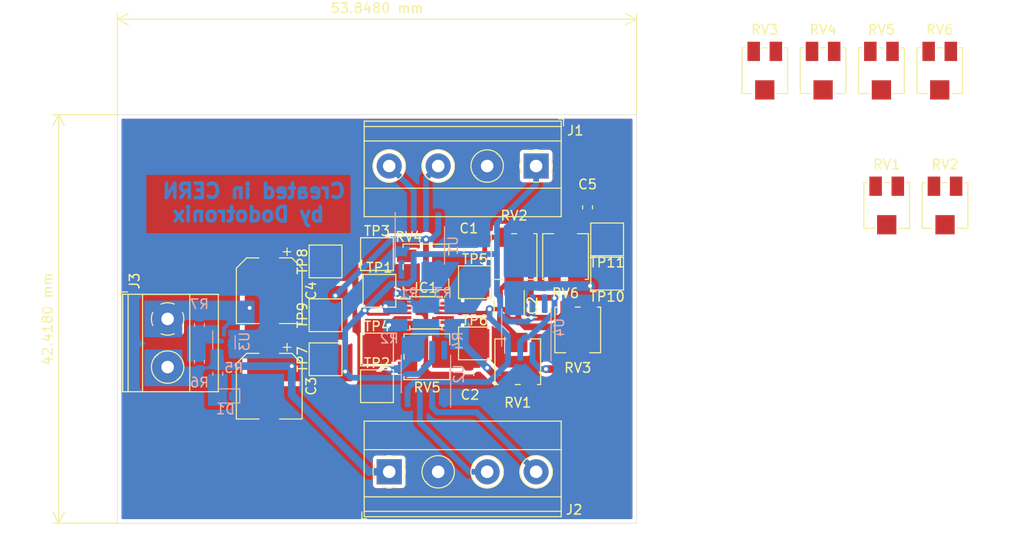
<source format=kicad_pcb>
(kicad_pcb (version 20240108) (generator "pcbnew") (generator_version "8.0")
  (layers (0 "F.Cu" signal) (31 "B.Cu" signal) (34 "B.Paste" user) (35 "F.Paste" user) (36 "B.SilkS" user "B.Silkscreen") (37 "F.SilkS" user "F.Silkscreen") (38 "B.Mask" user) (39 "F.Mask" user) (44 "Edge.Cuts" user))
  (net 0 "")
  (net 1 "+5V")
  (net 2 "GND")
  (net 3 "-5V")
  (net 4 "Net-(C3-Pad1)")
  (net 5 "Net-(C4-Pad1)")
  (net 6 "Net-(C5-Pad1)")
  (net 7 "Net-(IC1B-InB)")
  (net 8 "Net-(IC1-Pad1)")
  (net 9 "Net-(IC1-Pad3)")
  (net 10 "Net-(IC1-Pad4)")
  (net 11 "Net-(IC2-Pad1)")
  (net 12 "/Input_channel/sensA_out")
  (net 13 "/offset_control/chan1_in")
  (net 14 "/Input_channel/sensB_out")
  (net 15 "/offset_control/chan2_in")
  (net 16 "Net-(IC1D-InD)")
  (net 17 "Net-(D1-A)")
  (net 18 "Net-(IC1A-InA)")
  (net 19 "Net-(IC1C-InC)")
  (net 20 "Net-(IC1C-OutC)")
  (net 21 "Net-(RV3-Pad2)")
  (net 22 "Net-(RV6-Pad3)")
  (net 23 "Net-(IC2-Pad5)")
  (net 24 "/Input_channel/chan1_out")
  (net 25 "/Input_channel/chan2_out")
  (net 26 "Net-(IC1A-OutA)")
  (net 27 "Net-(IC2A-V+)")
  (net 28 "Net-(IC2A-Vout)")
  (net 29 "Net-(IC2A-V-)")
  (net 30 "Net-(J1-Pin_3)")
  (net 31 "Net-(J1-Pin_4)")
  (net 32 "Net-(J2-Pin_3)")
  (net 33 "Net-(J2-Pin_4)")
  (net 34 "Net-(U3-+)")
  (net 37 "Net-(U4--)")
  (net 39 "Net-(U4-SENSE)")
  (footprint "TerminalBlock_Phoenix:TerminalBlock_Phoenix_MKDS-1,5-4-5.08_1x04_P5.08mm_Horizontal" (layer "F.Cu") (at 149.86 114.3)
    (property "Reference" "J2" (at 19.177 3.937 0) (layer "F.SilkS"))
    (property "Value" "Screw_Terminal_01x04")
    (pad "1" thru_hole rect (at 0 0) (size 2.6 2.6) (drill 1.3) (layers "*.Cu" "*.Mask") (net 1 "+5V"))
    (pad "2" thru_hole circle (at 5.08 0) (size 2.6 2.6) (drill 1.3) (layers "*.Cu" "*.Mask") (net 2 "GND"))
    (pad "3" thru_hole circle (at 10.16 0) (size 2.6 2.6) (drill 1.3) (layers "*.Cu" "*.Mask") (net 32 "Net-(J2-Pin_3)"))
    (pad "4" thru_hole circle (at 15.24 0) (size 2.6 2.6) (drill 1.3) (layers "*.Cu" "*.Mask") (net 33 "Net-(J2-Pin_4)"))
  )
  (footprint "TestPoint:TestPoint_Pad_3.0x3.0mm" (layer "F.Cu") (at 172.466 93.726 180)
    (property "Reference" "TP10" (at 0 -2.398 180) (layer "F.SilkS"))
    (property "Value" "TestPoint")
    (pad "1" smd rect (at 0 0 180) (size 3 3) (layers "F.Cu" "F.Mask") (net 39 "Net-(U4-SENSE)"))
  )
  (footprint "TestPoint:TestPoint_Pad_3.0x3.0mm" (layer "F.Cu") (at 172.466 90.17 180)
    (property "Reference" "TP11" (at 0 -2.398 180) (layer "F.SilkS"))
    (property "Value" "TestPoint")
    (pad "1" smd rect (at 0 0 180) (size 3 3) (layers "F.Cu" "F.Mask") (net 6 "Net-(C5-Pad1)"))
  )
  (footprint "TestPoint:TestPoint_Pad_3.0x3.0mm" (layer "F.Cu") (at 148.844 95.504)
    (property "Reference" "TP1" (at 0 -2.398 0) (layer "F.SilkS"))
    (property "Value" "TestPoint")
    (pad "1" smd rect (at 0 0) (size 3 3) (layers "F.Cu" "F.Mask") (net 12 "/Input_channel/sensA_out"))
  )
  (footprint "TestPoint:TestPoint_Pad_3.0x3.0mm" (layer "F.Cu") (at 148.59 105.41)
    (property "Reference" "TP2" (at 0 -2.398 0) (layer "F.SilkS"))
    (property "Value" "TestPoint")
    (pad "1" smd rect (at 0 0) (size 3 3) (layers "F.Cu" "F.Mask") (net 14 "/Input_channel/sensB_out"))
  )
  (footprint "TestPoint:TestPoint_Pad_3.0x3.0mm" (layer "F.Cu") (at 148.59 101.6)
    (property "Reference" "TP4" (at 0 -2.398 0) (layer "F.SilkS"))
    (property "Value" "TestPoint")
    (pad "1" smd rect (at 0 0) (size 3 3) (layers "F.Cu" "F.Mask") (net 20 "Net-(IC1C-OutC)"))
  )
  (footprint "TestPoint:TestPoint_Pad_3.0x3.0mm" (layer "F.Cu") (at 158.75 94.615)
    (property "Reference" "TP5" (at 0 -2.398 0) (layer "F.SilkS"))
    (property "Value" "TestPoint")
    (pad "1" smd rect (at 0 0) (size 3 3) (layers "F.Cu" "F.Mask") (net 7 "Net-(IC1B-InB)"))
  )
  (footprint "TestPoint:TestPoint_Pad_3.0x3.0mm" (layer "F.Cu") (at 158.75 100.965)
    (property "Reference" "TP6" (at 0 -2.398 0) (layer "F.SilkS"))
    (property "Value" "TestPoint")
    (pad "1" smd rect (at 0 0) (size 3 3) (layers "F.Cu" "F.Mask") (net 16 "Net-(IC1D-InD)"))
  )
  (footprint "Potentiometer_SMD:Potentiometer_Bourns_3314J_Vertical" (layer "F.Cu") (at 162.814 91.948)
    (property "Reference" "RV2" (at 0 -4.25 0) (layer "F.SilkS"))
    (property "Value" "R_POT_TRIM")
    (pad "1" smd rect (at 1.15 -2) (size 1.3 2) (layers "F.Cu" "F.Paste" "F.Mask") (net 8 "Net-(IC1-Pad1)"))
    (pad "2" smd rect (at 0 2) (size 2 2) (layers "F.Cu" "F.Paste" "F.Mask") (net 9 "Net-(IC1-Pad3)"))
    (pad "3" smd rect (at -1.15 -2) (size 1.3 2) (layers "F.Cu" "F.Paste" "F.Mask") (net 13 "/offset_control/chan1_in"))
  )
  (footprint "Potentiometer_SMD:Potentiometer_Bourns_3314J_Vertical" (layer "F.Cu") (at 169.418 99.568)
    (property "Reference" "RV3" (at 0 3.937 0) (layer "F.SilkS"))
    (property "Value" "R_POT_TRIM")
    (pad "1" smd rect (at 1.15 -2) (size 1.3 2) (layers "F.Cu" "F.Paste" "F.Mask") (net 3 "-5V"))
    (pad "2" smd rect (at 0 2) (size 2 2) (layers "F.Cu" "F.Paste" "F.Mask") (net 21 "Net-(RV3-Pad2)"))
    (pad "3" smd rect (at -1.15 -2) (size 1.3 2) (layers "F.Cu" "F.Paste" "F.Mask") (net 1 "+5V"))
  )
  (footprint "Potentiometer_SMD:Potentiometer_Bourns_3314J_Vertical" (layer "F.Cu") (at 168.148 91.948 180)
    (property "Reference" "RV6" (at 0 -3.81 0) (layer "F.SilkS"))
    (property "Value" "R_POT_TRIM")
    (pad "1" smd rect (at 1.15 -2 180) (size 1.3 2) (layers "F.Cu" "F.Paste" "F.Mask"))
    (pad "2" smd rect (at 0 2 180) (size 2 2) (layers "F.Cu" "F.Paste" "F.Mask") (net 6 "Net-(C5-Pad1)"))
    (pad "3" smd rect (at -1.15 -2 180) (size 1.3 2) (layers "F.Cu" "F.Paste" "F.Mask") (net 22 "Net-(RV6-Pad3)"))
  )
  (footprint "Capacitor_SMD:C_0603_1608Metric" (layer "F.Cu") (at 158.115 104.14 -90)
    (property "Reference" "C2" (at 2.159 -0.127 180) (layer "F.SilkS"))
    (property "Value" "C")
    (pad "1" smd roundrect (at -0.7875 0 270) (size 0.875 0.95) (layers "F.Cu" "F.Paste" "F.Mask") (net 16 "Net-(IC1D-InD)"))
    (pad "2" smd roundrect (at 0.7875 0 270) (size 0.875 0.95) (layers "F.Cu" "F.Paste" "F.Mask") (net 2 "GND"))
  )
  (footprint "Capacitor_SMD:C_0603_1608Metric" (layer "F.Cu") (at 170.434 86.8425 90)
    (property "Reference" "C5" (at 2.3875 0 180) (layer "F.SilkS"))
    (property "Value" "C")
    (pad "1" smd roundrect (at -0.7875 0 90) (size 0.875 0.95) (layers "F.Cu" "F.Paste" "F.Mask") (net 6 "Net-(C5-Pad1)"))
    (pad "2" smd roundrect (at 0.7875 0 90) (size 0.875 0.95) (layers "F.Cu" "F.Paste" "F.Mask") (net 2 "GND"))
  )
  (footprint "TerminalBlock_Phoenix:TerminalBlock_Phoenix_MKDS-1,5-4-5.08_1x04_P5.08mm_Horizontal" (layer "F.Cu") (at 165.1 82.55 180)
    (property "Reference" "J1" (at -4.064 3.683 0) (layer "F.SilkS"))
    (property "Value" "Screw_Terminal_01x04")
    (pad "1" thru_hole rect (at 0 0 180) (size 2.6 2.6) (drill 1.3) (layers "*.Cu" "*.Mask") (net 1 "+5V"))
    (pad "2" thru_hole circle (at 5.08 0 180) (size 2.6 2.6) (drill 1.3) (layers "*.Cu" "*.Mask") (net 2 "GND"))
    (pad "3" thru_hole circle (at 10.16 0 180) (size 2.6 2.6) (drill 1.3) (layers "*.Cu" "*.Mask") (net 30 "Net-(J1-Pin_3)"))
    (pad "4" thru_hole circle (at 15.24 0 180) (size 2.6 2.6) (drill 1.3) (layers "*.Cu" "*.Mask") (net 31 "Net-(J1-Pin_4)"))
  )
  (footprint "TestPoint:TestPoint_Pad_3.0x3.0mm" (layer "F.Cu") (at 143.256 92.456 90)
    (property "Reference" "TP8" (at 0 -2.398 90) (layer "F.SilkS"))
    (property "Value" "TestPoint")
    (pad "1" smd rect (at 0 0 90) (size 3 3) (layers "F.Cu" "F.Mask") (net 2 "GND"))
  )
  (footprint "TestPoint:TestPoint_Pad_3.0x3.0mm" (layer "F.Cu") (at 143.256 102.616 90)
    (property "Reference" "TP7" (at 0 -2.398 90) (layer "F.SilkS"))
    (property "Value" "TestPoint")
    (pad "1" smd rect (at 0 0 90) (size 3 3) (layers "F.Cu" "F.Mask") (net 1 "+5V"))
  )
  (footprint "TerminalBlock_Phoenix:TerminalBlock_Phoenix_MKDS-1,5-2_1x02_P5.00mm_Horizontal" (layer "F.Cu") (at 126.873 98.425 -90)
    (property "Reference" "J3" (at -3.937 3.429 90) (layer "F.SilkS"))
    (property "Value" "Screw_Terminal_01x02")
    (pad "1" thru_hole rect (at 0 0 270) (size 2.6 2.6) (drill 1.3) (layers "*.Cu" "*.Mask") (net 3 "-5V"))
    (pad "2" thru_hole circle (at 5 0 270) (size 2.6 2.6) (drill 1.3) (layers "*.Cu" "*.Mask") (net 1 "+5V"))
  )
  (footprint "TestPoint:TestPoint_Pad_3.0x3.0mm" (layer "F.Cu") (at 143.256 98.044 90)
    (property "Reference" "TP9" (at 0 -2.398 90) (layer "F.SilkS"))
    (property "Value" "TestPoint")
    (pad "1" smd rect (at 0 0 90) (size 3 3) (layers "F.Cu" "F.Mask") (net 3 "-5V"))
  )
  (footprint "Potentiometer_SMD:Potentiometer_Bourns_3314J_Vertical" (layer "F.Cu") (at 153.67 93.0275 90)
    (property "Reference" "RV4" (at 3.1115 -1.778 180) (layer "F.SilkS"))
    (property "Value" "R_POT_TRIM")
    (pad "1" smd rect (at 1.15 -2 90) (size 1.3 2) (layers "F.Cu" "F.Paste" "F.Mask"))
    (pad "2" smd rect (at 0 2 90) (size 2 2) (layers "F.Cu" "F.Paste" "F.Mask") (net 4 "Net-(C3-Pad1)"))
    (pad "3" smd rect (at -1.15 -2 90) (size 1.3 2) (layers "F.Cu" "F.Paste" "F.Mask") (net 11 "Net-(IC2-Pad1)"))
  )
  (footprint "Potentiometer_SMD:Potentiometer_Bourns_3314J_Vertical" (layer "F.Cu") (at 153.765 102.355 90)
    (property "Reference" "RV5" (at -3.182 0.032 180) (layer "F.SilkS"))
    (property "Value" "R_POT_TRIM")
    (pad "1" smd rect (at 1.15 -2 90) (size 1.3 2) (layers "F.Cu" "F.Paste" "F.Mask") (net 23 "Net-(IC2-Pad5)"))
    (pad "2" smd rect (at 0 2 90) (size 2 2) (layers "F.Cu" "F.Paste" "F.Mask") (net 5 "Net-(C4-Pad1)"))
    (pad "3" smd rect (at -1.15 -2 90) (size 1.3 2) (layers "F.Cu" "F.Paste" "F.Mask"))
  )
  (footprint "Capacitor_SMD:C_0603_1608Metric" (layer "F.Cu") (at 158.115 91.2875 90)
    (property "Reference" "C1" (at 2.2605 0 180) (layer "F.SilkS"))
    (property "Value" "C")
    (pad "1" smd roundrect (at -0.7875 0 90) (size 0.875 0.95) (layers "F.Cu" "F.Paste" "F.Mask") (net 7 "Net-(IC1B-InB)"))
    (pad "2" smd roundrect (at 0.7875 0 90) (size 0.875 0.95) (layers "F.Cu" "F.Paste" "F.Mask") (net 2 "GND"))
  )
  (footprint "TestPoint:TestPoint_Pad_3.0x3.0mm" (layer "F.Cu") (at 148.59 91.694)
    (property "Reference" "TP3" (at 0 -2.398 0) (layer "F.SilkS"))
    (property "Value" "TestPoint")
    (pad "1" smd rect (at 0 0) (size 3 3) (layers "F.Cu" "F.Mask") (net 26 "Net-(IC1A-OutA)"))
  )
  (footprint "Potentiometer_SMD:Potentiometer_Bourns_3314J_Vertical" (layer "F.Cu") (at 163.195 102.87 180)
    (property "Reference" "RV1" (at 0 -4.25 0) (layer "F.SilkS"))
    (property "Value" "R_POT_TRIM")
    (pad "1" smd rect (at 1.15 -2 180) (size 1.3 2) (layers "F.Cu" "F.Paste" "F.Mask") (net 15 "/offset_control/chan2_in"))
    (pad "2" smd rect (at 0 2 180) (size 2 2) (layers "F.Cu" "F.Paste" "F.Mask") (net 10 "Net-(IC1-Pad4)"))
    (pad "3" smd rect (at -1.15 -2 180) (size 1.3 2) (layers "F.Cu" "F.Paste" "F.Mask") (net 2 "GND"))
  )
  (footprint "Potentiometer_SMD:Potentiometer_Bourns_3314J_Vertical" (layer "F.Cu") (at 206.968 72.646)
    (property "Reference" "RV6" (at 0 -4.25 0) (layer "F.SilkS"))
    (property "Value" "R_Potentiometer_Trim")
    (pad "1" smd rect (at 1.15 -2) (size 1.3 2) (layers "F.Cu" "F.Paste" "F.Mask") (net 39 "Net-(U4-SENSE)"))
    (pad "2" smd rect (at 0 2) (size 2 2) (layers "F.Cu" "F.Paste" "F.Mask") (net 6 "Net-(C5-Pad1)"))
    (pad "3" smd rect (at -1.15 -2) (size 1.3 2) (layers "F.Cu" "F.Paste" "F.Mask"))
  )
  (footprint "Potentiometer_SMD:Potentiometer_Bourns_3314J_Vertical" (layer "F.Cu") (at 207.518 86.646)
    (property "Reference" "RV2" (at 0 -4.25 0) (layer "F.SilkS"))
    (property "Value" "R_Potentiometer_Trim")
    (pad "1" smd rect (at 1.15 -2) (size 1.3 2) (layers "F.Cu" "F.Paste" "F.Mask") (net 20 "Net-(IC1C-OutC)"))
    (pad "2" smd rect (at 0 2) (size 2 2) (layers "F.Cu" "F.Paste" "F.Mask") (net 16 "Net-(IC1D-InD)"))
    (pad "3" smd rect (at -1.15 -2) (size 1.3 2) (layers "F.Cu" "F.Paste" "F.Mask"))
  )
  (footprint "Potentiometer_SMD:Potentiometer_Bourns_3314J_Vertical" (layer "F.Cu") (at 194.868 72.646)
    (property "Reference" "RV4" (at 0 -4.25 0) (layer "F.SilkS"))
    (property "Value" "R_Potentiometer_Trim")
    (pad "1" smd rect (at 1.15 -2) (size 1.3 2) (layers "F.Cu" "F.Paste" "F.Mask") (net 25 "/Input_channel/chan2_out"))
    (pad "2" smd rect (at 0 2) (size 2 2) (layers "F.Cu" "F.Paste" "F.Mask") (net 29 "Net-(IC2A-V-)"))
    (pad "3" smd rect (at -1.15 -2) (size 1.3 2) (layers "F.Cu" "F.Paste" "F.Mask") (net 2 "GND"))
  )
  (footprint "Package_SO:MSOP-10_3x3mm_P0.5mm" (layer "F.Cu") (at 153.67 97.79)
    (property "Reference" "IC1" (at 0 -2.6 0) (layer "F.SilkS"))
    (property "Value" "AD8244")
    (pad "1" smd rect (at -2.2 -1) (size 1.4 0.3) (layers "F.Cu" "F.Paste" "F.Mask") (net 18 "Net-(IC1A-InA)"))
    (pad "2" smd rect (at -2.2 -0.5) (size 1.4 0.3) (layers "F.Cu" "F.Paste" "F.Mask") (net 26 "Net-(IC1A-OutA)"))
    (pad "3" smd rect (at -2.2 0) (size 1.4 0.3) (layers "F.Cu" "F.Paste" "F.Mask") (net 1 "+5V"))
    (pad "4" smd rect (at -2.2 0.5) (size 1.4 0.3) (layers "F.Cu" "F.Paste" "F.Mask") (net 24 "/Input_channel/chan1_out"))
    (pad "5" smd rect (at -2.2 1) (size 1.4 0.3) (layers "F.Cu" "F.Paste" "F.Mask") (net 7 "Net-(IC1B-InB)"))
    (pad "6" smd rect (at 2.2 1) (size 1.4 0.3) (layers "F.Cu" "F.Paste" "F.Mask") (net 19 "Net-(IC1C-InC)"))
    (pad "7" smd rect (at 2.2 0.5) (size 1.4 0.3) (layers "F.Cu" "F.Paste" "F.Mask") (net 20 "Net-(IC1C-OutC)"))
    (pad "8" smd rect (at 2.2 0) (size 1.4 0.3) (layers "F.Cu" "F.Paste" "F.Mask") (net 3 "-5V"))
    (pad "9" smd rect (at 2.2 -0.5) (size 1.4 0.3) (layers "F.Cu" "F.Paste" "F.Mask") (net 25 "/Input_channel/chan2_out"))
    (pad "10" smd rect (at 2.2 -1) (size 1.4 0.3) (layers "F.Cu" "F.Paste" "F.Mask") (net 16 "Net-(IC1D-InD)"))
  )
  (footprint "Package_TO_SOT_SMD:SOT-23-5" (layer "F.Cu") (at 162.306 97.282 -90)
    (property "Reference" "IC2" (at 0 -2.4 90) (layer "F.SilkS"))
    (property "Value" "LMP2011")
    (pad "1" smd roundrect (at -1.1375 -0.95 270) (size 1.325 0.6) (layers "F.Cu" "F.Paste" "F.Mask") (net 28 "Net-(IC2A-Vout)"))
    (pad "2" smd roundrect (at -1.1375 0 270) (size 1.325 0.6) (layers "F.Cu" "F.Paste" "F.Mask") (net 3 "-5V"))
    (pad "3" smd roundrect (at -1.1375 0.95 270) (size 1.325 0.6) (layers "F.Cu" "F.Paste" "F.Mask") (net 27 "Net-(IC2A-V+)"))
    (pad "4" smd roundrect (at 1.1375 0.95 270) (size 1.325 0.6) (layers "F.Cu" "F.Paste" "F.Mask") (net 29 "Net-(IC2A-V-)"))
    (pad "5" smd roundrect (at 1.1375 -0.95 270) (size 1.325 0.6) (layers "F.Cu" "F.Paste" "F.Mask") (net 1 "+5V"))
  )
  (footprint "Potentiometer_SMD:Potentiometer_Bourns_3314J_Vertical" (layer "F.Cu") (at 201.468 86.646)
    (property "Reference" "RV1" (at 0 -4.25 0) (layer "F.SilkS"))
    (property "Value" "R_Potentiometer_Trim")
    (pad "1" smd rect (at 1.15 -2) (size 1.3 2) (layers "F.Cu" "F.Paste" "F.Mask") (net 26 "Net-(IC1A-OutA)"))
    (pad "2" smd rect (at 0 2) (size 2 2) (layers "F.Cu" "F.Paste" "F.Mask") (net 7 "Net-(IC1B-InB)"))
    (pad "3" smd rect (at -1.15 -2) (size 1.3 2) (layers "F.Cu" "F.Paste" "F.Mask"))
  )
  (footprint "Potentiometer_SMD:Potentiometer_Bourns_3314J_Vertical" (layer "F.Cu") (at 188.818 72.646)
    (property "Reference" "RV3" (at 0 -4.25 0) (layer "F.SilkS"))
    (property "Value" "R_Potentiometer_Trim")
    (pad "1" smd rect (at 1.15 -2) (size 1.3 2) (layers "F.Cu" "F.Paste" "F.Mask") (net 28 "Net-(IC2A-Vout)"))
    (pad "2" smd rect (at 0 2) (size 2 2) (layers "F.Cu" "F.Paste" "F.Mask") (net 27 "Net-(IC2A-V+)"))
    (pad "3" smd rect (at -1.15 -2) (size 1.3 2) (layers "F.Cu" "F.Paste" "F.Mask") (net 24 "/Input_channel/chan1_out"))
  )
  (footprint "Capacitor_SMD:CP_Elec_6.3x5.9" (layer "F.Cu") (at 137.414 95.498 -90)
    (property "Reference" "C4" (at 0 -4.35 90) (layer "F.SilkS"))
    (property "Value" "47u")
    (pad "1" smd roundrect (at -2.8 0 270) (size 3.5 1.6) (layers "F.Cu" "F.Paste" "F.Mask") (roundrect_rratio 0.15625) (net 2 "GND"))
    (pad "2" smd roundrect (at 2.8 0 270) (size 3.5 1.6) (layers "F.Cu" "F.Paste" "F.Mask") (roundrect_rratio 0.15625) (net 3 "-5V"))
  )
  (footprint "Capacitor_SMD:CP_Elec_6.3x5.9" (layer "F.Cu") (at 137.414 105.41 -90)
    (property "Reference" "C3" (at 0 -4.35 90) (layer "F.SilkS"))
    (property "Value" "47u")
    (pad "1" smd roundrect (at -2.8 0 270) (size 3.5 1.6) (layers "F.Cu" "F.Paste" "F.Mask") (roundrect_rratio 0.15625) (net 1 "+5V"))
    (pad "2" smd roundrect (at 2.8 0 270) (size 3.5 1.6) (layers "F.Cu" "F.Paste" "F.Mask") (roundrect_rratio 0.15625) (net 2 "GND"))
  )
  (footprint "Potentiometer_SMD:Potentiometer_Bourns_3314J_Vertical" (layer "F.Cu") (at 200.918 72.646)
    (property "Reference" "RV5" (at 0 -4.25 0) (layer "F.SilkS"))
    (property "Value" "R_Potentiometer_Trim")
    (pad "1" smd rect (at 1.15 -2) (size 1.3 2) (layers "F.Cu" "F.Paste" "F.Mask") (net 1 "+5V"))
    (pad "2" smd rect (at 0 2) (size 2 2) (layers "F.Cu" "F.Paste" "F.Mask") (net 37 "Net-(U4--)"))
    (pad "3" smd rect (at -1.15 -2) (size 1.3 2) (layers "F.Cu" "F.Paste" "F.Mask") (net 3 "-5V"))
  )
  (footprint "Package_SO:SOIC-8_3.9x4.9mm_P1.27mm" (layer "B.Cu") (at 153.67 104.14 90)
    (property "Reference" "U2" (at 0 3.4 90) (layer "B.SilkS") (effects (justify mirror)))
    (property "Value" "AD8276")
    (pad "1" smd roundrect (at -2.475 1.905 90) (size 1.95 0.6) (layers "B.Cu" "B.Paste" "B.Mask") (net 2 "GND"))
    (pad "2" smd roundrect (at -2.475 0.635 90) (size 1.95 0.6) (layers "B.Cu" "B.Paste" "B.Mask") (net 33 "Net-(J2-Pin_4)"))
    (pad "3" smd roundrect (at -2.475 -0.635 90) (size 1.95 0.6) (layers "B.Cu" "B.Paste" "B.Mask") (net 32 "Net-(J2-Pin_3)"))
    (pad "4" smd roundrect (at -2.475 -1.905 90) (size 1.95 0.6) (layers "B.Cu" "B.Paste" "B.Mask") (net 3 "-5V"))
    (pad "5" smd roundrect (at 2.475 -1.905 90) (size 1.95 0.6) (layers "B.Cu" "B.Paste" "B.Mask") (net 14 "/Input_channel/sensB_out"))
    (pad "6" smd roundrect (at 2.475 -0.635 90) (size 1.95 0.6) (layers "B.Cu" "B.Paste" "B.Mask") (net 14 "/Input_channel/sensB_out"))
    (pad "7" smd roundrect (at 2.475 0.635 90) (size 1.95 0.6) (layers "B.Cu" "B.Paste" "B.Mask") (net 1 "+5V"))
    (pad "8" smd roundrect (at 2.475 1.905 90) (size 1.95 0.6) (layers "B.Cu" "B.Paste" "B.Mask"))
  )
  (footprint "Resistor_SMD:R_0603_1608Metric" (layer "B.Cu") (at 155.4225 99.06 180)
    (property "Reference" "R4" (at -1.5495 -1.651 90) (layer "B.SilkS") (effects (justify mirror)))
    (property "Value" "0R")
    (pad "1" smd roundrect (at -0.7875 0 180) (size 0.875 0.95) (layers "B.Cu" "B.Paste" "B.Mask") (net 25 "/Input_channel/chan2_out"))
    (pad "2" smd roundrect (at 0.7875 0 180) (size 0.875 0.95) (layers "B.Cu" "B.Paste" "B.Mask") (net 14 "/Input_channel/sensB_out"))
  )
  (footprint "Package_TO_SOT_SMD:SOT-353_SC-70-5" (layer "B.Cu") (at 132.715 100.8634 -90)
    (property "Reference" "U3" (at -0.1016 -2.1336 -90) (layer "B.SilkS") (effects (justify mirror)))
    (property "Value" "TLV6001DCK")
    (pad "1" smd rect (at -0.95 0.65 270) (size 0.65 0.4) (layers "B.Cu" "B.Paste" "B.Mask") (net 34 "Net-(U3-+)"))
    (pad "2" smd rect (at -0.95 0 270) (size 0.65 0.4) (layers "B.Cu" "B.Paste" "B.Mask") (net 3 "-5V"))
    (pad "3" smd rect (at -0.95 -0.65 270) (size 0.65 0.4) (layers "B.Cu" "B.Paste" "B.Mask") (net 2 "GND"))
    (pad "4" smd rect (at 0.95 -0.65 270) (size 0.65 0.4) (layers "B.Cu" "B.Paste" "B.Mask") (net 2 "GND"))
    (pad "5" smd rect (at 0.95 0.65 270) (size 0.65 0.4) (layers "B.Cu" "B.Paste" "B.Mask") (net 1 "+5V"))
  )
  (footprint "LED_SMD:LED_0603_1608Metric" (layer "B.Cu") (at 132.8675 106.426 180)
    (property "Reference" "D1" (at 0 -1.397 180) (layer "B.SilkS") (effects (justify mirror)))
    (property "Value" "LED")
    (pad "1" smd roundrect (at -0.7875 0 180) (size 0.875 0.95) (layers "B.Cu" "B.Paste" "B.Mask") (net 2 "GND"))
    (pad "2" smd roundrect (at 0.7875 0 180) (size 0.875 0.95) (layers "B.Cu" "B.Paste" "B.Mask") (net 17 "Net-(D1-A)"))
  )
  (footprint "Resistor_SMD:R_0603_1608Metric" (layer "B.Cu") (at 151.9175 97.155)
    (property "Reference" "R1" (at -0.0255 -1.397 180) (layer "B.SilkS") (effects (justify mirror)))
    (property "Value" "0R")
    (pad "1" smd roundrect (at -0.7875 0) (size 0.875 0.95) (layers "B.Cu" "B.Paste" "B.Mask") (net 18 "Net-(IC1A-InA)"))
    (pad "2" smd roundrect (at 0.7875 0) (size 0.875 0.95) (layers "B.Cu" "B.Paste" "B.Mask") (net 12 "/Input_channel/sensA_out"))
  )
  (footprint "Resistor_SMD:R_0603_1608Metric" (layer "B.Cu") (at 155.4225 97.155 180)
    (property "Reference" "R3" (at 0 1.43 180) (layer "B.SilkS") (effects (justify mirror)))
    (property "Value" "0R")
    (pad "1" smd roundrect (at -0.7875 0 180) (size 0.875 0.95) (layers "B.Cu" "B.Paste" "B.Mask") (net 24 "/Input_channel/chan1_out"))
    (pad "2" smd roundrect (at 0.7875 0 180) (size 0.875 0.95) (layers "B.Cu" "B.Paste" "B.Mask") (net 12 "/Input_channel/sensA_out"))
  )
  (footprint "Resistor_SMD:R_0603_1608Metric" (layer "B.Cu") (at 151.9175 99.06)
    (property "Reference" "R2" (at -2.0575 1.397 0) (layer "B.SilkS") (effects (justify mirror)))
    (property "Value" "0R")
    (pad "1" smd roundrect (at -0.7875 0) (size 0.875 0.95) (layers "B.Cu" "B.Paste" "B.Mask") (net 19 "Net-(IC1C-InC)"))
    (pad "2" smd roundrect (at 0.7875 0) (size 0.875 0.95) (layers "B.Cu" "B.Paste" "B.Mask") (net 14 "/Input_channel/sensB_out"))
  )
  (footprint "Package_SO:SOIC-8_3.9x4.9mm_P1.27mm" (layer "B.Cu") (at 153.035 90.805 -90)
    (property "Reference" "U1" (at 0 -3.429 90) (layer "B.SilkS") (effects (justify mirror)))
    (property "Value" "AD8276")
    (pad "1" smd roundrect (at -2.475 1.905 270) (size 1.95 0.6) (layers "B.Cu" "B.Paste" "B.Mask") (net 2 "GND"))
    (pad "2" smd roundrect (at -2.475 0.635 270) (size 1.95 0.6) (layers "B.Cu" "B.Paste" "B.Mask") (net 31 "Net-(J1-Pin_4)"))
    (pad "3" smd roundrect (at -2.475 -0.635 270) (size 1.95 0.6) (layers "B.Cu" "B.Paste" "B.Mask") (net 30 "Net-(J1-Pin_3)"))
    (pad "4" smd roundrect (at -2.475 -1.905 270) (size 1.95 0.6) (layers "B.Cu" "B.Paste" "B.Mask") (net 3 "-5V"))
    (pad "5" smd roundrect (at 2.475 -1.905 270) (size 1.95 0.6) (layers "B.Cu" "B.Paste" "B.Mask") (net 12 "/Input_channel/sensA_out"))
    (pad "6" smd roundrect (at 2.475 -0.635 270) (size 1.95 0.6) (layers "B.Cu" "B.Paste" "B.Mask") (net 12 "/Input_channel/sensA_out"))
    (pad "7" smd roundrect (at 2.475 0.635 270) (size 1.95 0.6) (layers "B.Cu" "B.Paste" "B.Mask") (net 1 "+5V"))
    (pad "8" smd roundrect (at 2.475 1.905 270) (size 1.95 0.6) (layers "B.Cu" "B.Paste" "B.Mask"))
  )
  (footprint "Resistor_SMD:R_0603_1608Metric" (layer "B.Cu") (at 130.175 99.06 90)
    (property "Reference" "R7" (at 2.159 0 0) (layer "B.SilkS") (effects (justify mirror)))
    (property "Value" "10k")
    (pad "1" smd roundrect (at -0.7875 0 90) (size 0.875 0.95) (layers "B.Cu" "B.Paste" "B.Mask") (net 34 "Net-(U3-+)"))
    (pad "2" smd roundrect (at 0.7875 0 90) (size 0.875 0.95) (layers "B.Cu" "B.Paste" "B.Mask") (net 3 "-5V"))
  )
  (footprint "Resistor_SMD:R_0603_1608Metric" (layer "B.Cu") (at 130.175 102.87 90)
    (property "Reference" "R6" (at -2.159 0 0) (layer "B.SilkS") (effects (justify mirror)))
    (property "Value" "10k")
    (pad "1" smd roundrect (at -0.7875 0 90) (size 0.875 0.95) (layers "B.Cu" "B.Paste" "B.Mask") (net 1 "+5V"))
    (pad "2" smd roundrect (at 0.7875 0 90) (size 0.875 0.95) (layers "B.Cu" "B.Paste" "B.Mask") (net 34 "Net-(U3-+)"))
  )
  (footprint "Resistor_SMD:R_0603_1608Metric" (layer "B.Cu") (at 132.08 104.1145 -90)
    (property "Reference" "R5" (at -0.6095 -1.651 0) (layer "B.SilkS") (effects (justify mirror)))
    (property "Value" "R")
    (pad "1" smd roundrect (at -0.7875 0 270) (size 0.875 0.95) (layers "B.Cu" "B.Paste" "B.Mask") (net 1 "+5V"))
    (pad "2" smd roundrect (at 0.7875 0 270) (size 0.875 0.95) (layers "B.Cu" "B.Paste" "B.Mask") (net 17 "Net-(D1-A)"))
  )
  (footprint "Package_SO:SOIC-8_3.9x4.9mm_P1.27mm" (layer "B.Cu") (at 164.084 99.314 90)
    (property "Reference" "U4" (at 0 3.4 90) (layer "B.SilkS") (effects (justify mirror)))
    (property "Value" "AD8276")
    (pad "1" smd roundrect (at -2.475 1.905 90) (size 1.95 0.6) (layers "B.Cu" "B.Paste" "B.Mask") (net 2 "GND"))
    (pad "2" smd roundrect (at -2.475 0.635 90) (size 1.95 0.6) (layers "B.Cu" "B.Paste" "B.Mask") (net 37 "Net-(U4--)"))
    (pad "3" smd roundrect (at -2.475 -0.635 90) (size 1.95 0.6) (layers "B.Cu" "B.Paste" "B.Mask") (net 28 "Net-(IC2A-Vout)"))
    (pad "4" smd roundrect (at -2.475 -1.905 90) (size 1.95 0.6) (layers "B.Cu" "B.Paste" "B.Mask") (net 3 "-5V"))
    (pad "5" smd roundrect (at 2.475 -1.905 90) (size 1.95 0.6) (layers "B.Cu" "B.Paste" "B.Mask") (net 39 "Net-(U4-SENSE)"))
    (pad "6" smd roundrect (at 2.475 -0.635 90) (size 1.95 0.6) (layers "B.Cu" "B.Paste" "B.Mask") (net 39 "Net-(U4-SENSE)"))
    (pad "7" smd roundrect (at 2.475 0.635 90) (size 1.95 0.6) (layers "B.Cu" "B.Paste" "B.Mask") (net 1 "+5V"))
    (pad "8" smd roundrect (at 2.475 1.905 90) (size 1.95 0.6) (layers "B.Cu" "B.Paste" "B.Mask"))
  )
  (gr_line (start 121.666 119.634) (end 121.666 77.216) (stroke (width 0.05)) (layer "Edge.Cuts"))
  (gr_line (start 121.666 77.216) (end 175.514 77.216) (stroke (width 0.05)) (layer "Edge.Cuts"))
  (gr_line (start 175.514 119.634) (end 121.666 119.634) (stroke (width 0.05)) (layer "Edge.Cuts"))
  (gr_line (start 175.514 77.216) (end 175.514 119.634) (stroke (width 0.05)) (layer "Edge.Cuts"))
  (gr_text "Created in CERN \nby Dodotronix" (at 135.255 86.36 0) (layer "B.Cu") (effects (font (size 1.5 1.5) (thickness 0.375)) (justify mirror)))
  (dimension (type aligned) (layer "F.SilkS") (pts (xy 175.514 77.216) (xy 121.666 77.216)) (height 9.906) (gr_text "53.8480 mm" (at 148.59 66.16 0) (layer "F.SilkS") (effects (font (size 1 1) (thickness 0.15)))) (format (prefix "") (suffix "") (units 3) (units_format 1) (precision 4)) (style (thickness 0.12) (arrow_length 1.27) (text_position_mode 0) (extension_height 0.58642) (extension_offset 0) keep_text_aligned))
  (dimension (type aligned) (layer "F.SilkS") (pts (xy 121.666 119.634) (xy 121.666 77.216)) (height -6.095999) (gr_text "42.4180 mm" (at 114.420001 98.425 90) (layer "F.SilkS") (effects (font (size 1 1) (thickness 0.15)))) (format (prefix "") (suffix "") (units 3) (units_format 1) (precision 4)) (style (thickness 0.12) (arrow_length 1.27) (text_position_mode 0) (extension_height 0.58642) (extension_offset 0) keep_text_aligned))
  (segment (start 163.763999 97.469999) (end 164.192001 97.898001) (width 0.45) (layer "F.Cu") (net 1))
  (segment (start 164.192001 97.898001) (end 164.592 98.298) (width 0.45) (layer "F.Cu") (net 1))
  (segment (start 149.756995 97.936023) (end 147.719999 97.936023) (width 0.3) (layer "F.Cu") (net 1))
  (segment (start 162.24 96.895002) (end 162.814997 97.469999) (width 0.45) (layer "F.Cu") (net 1))
  (segment (start 167.538 98.298) (end 168.268 97.568) (width 0.6) (layer "F.Cu") (net 1))
  (segment (start 162.814997 97.469999) (end 163.763999 97.469999) (width 0.45) (layer "F.Cu") (net 1))
  (segment (start 164.592 98.298) (end 167.538 98.298) (width 0.6) (layer "F.Cu") (net 1))
  (segment (start 147.719999 97.936023) (end 147.32 97.536024) (width 0.3) (layer "F.Cu") (net 1))
  (segment (start 149.903018 97.79) (end 149.756995 97.936023) (width 0.3) (layer "F.Cu") (net 1))
  (segment (start 151.47 97.79) (end 149.903018 97.79) (width 0.3) (layer "F.Cu") (net 1))
  (segment (start 162.24 96.225) (end 162.24 96.895002) (width 0.45) (layer "F.Cu") (net 1))
  (via (at 164.592 98.298) (size 0.8) (drill 0.4) (layers "F.Cu" "B.Cu") (net 1))
  (via (at 139.751 103.327) (size 0.8) (drill 0.4) (layers "F.Cu" "B.Cu") (net 1))
  (via (at 147.32 97.536024) (size 0.8) (drill 0.4) (layers "F.Cu" "B.Cu") (net 1))
  (via (at 145.288 103.886) (size 0.8) (drill 0.4) (layers "F.Cu" "B.Cu") (net 1))
  (segment (start 152.4 93.28) (end 152.4 94.255) (width 0.6) (layer "B.Cu") (net 1))
  (segment (start 164.719 82.931) (end 165.1 82.55) (width 0.5) (layer "B.Cu") (net 1))
  (segment (start 152.4 93.28) (end 152.4 91.694) (width 0.6) (layer "B.Cu") (net 1))
  (segment (start 161.37899 96.20401) (end 161.37899 97.933246) (width 0.6) (layer "B.Cu") (net 1))
  (segment (start 145.288 99.568) (end 145.288 103.886) (width 0.6) (layer "B.Cu") (net 1))
  (segment (start 151.89999 94.75501) (end 150.10099 94.75501) (width 0.6) (layer "B.Cu") (net 1))
  (segment (start 152.2835 94.3715) (end 151.89999 94.75501) (width 0.6) (layer "B.Cu") (net 1))
  (segment (start 165.1 84.45) (end 161.036 88.514) (width 0.6) (layer "B.Cu") (net 1))
  (segment (start 161.37899 97.933246) (end 162.143743 98.697999) (width 0.6) (layer "B.Cu") (net 1))
  (segment (start 145.687999 104.285999) (end 145.288 103.886) (width 0.6) (layer "B.Cu") (net 1))
  (segment (start 152.4 94.255) (end 152.4 93.98) (width 0.25) (layer "B.Cu") (net 1))
  (segment (start 151.248796 104.53201) (end 145.93401 104.53201) (width 0.6) (layer "B.Cu") (net 1))
  (segment (start 150.10099 94.75501) (end 145.288 99.568) (width 0.6) (layer "B.Cu") (net 1))
  (segment (start 139.751 106.291) (end 147.76 114.3) (width 0.8) (layer "B.Cu") (net 1))
  (segment (start 154.305 101.665) (end 154.305 102.743) (width 0.6) (layer "B.Cu") (net 1))
  (segment (start 164.192001 98.697999) (end 164.592 98.298) (width 0.6) (layer "B.Cu") (net 1))
  (segment (start 139.751 103.327) (end 139.751 103.327) (width 0.5) (layer "B.Cu") (net 1))
  (segment (start 145.93401 104.53201) (end 145.687999 104.285999) (width 0.6) (layer "B.Cu") (net 1))
  (segment (start 162.143743 98.697999) (end 164.192001 98.697999) (width 0.6) (layer "B.Cu") (net 1))
  (segment (start 164.719 98.171) (end 164.592 98.298) (width 0.6) (layer "B.Cu") (net 1))
  (segment (start 161.036 88.514) (end 161.036 91.694) (width 0.6) (layer "B.Cu") (net 1))
  (segment (start 161.036 91.694) (end 161.036 95.86102) (width 0.6) (layer "B.Cu") (net 1))
  (segment (start 152.4 91.694) (end 152.908 91.694) (width 0.6) (layer "B.Cu") (net 1))
  (segment (start 164.719 96.839) (end 164.719 98.171) (width 0.6) (layer "B.Cu") (net 1))
  (segment (start 152.4 93.28) (end 152.4 93.98) (width 0.6) (layer "B.Cu") (net 1))
  (segment (start 165.1 82.55) (end 165.1 84.45) (width 0.6) (layer "B.Cu") (net 1))
  (segment (start 139.751 103.327) (end 139.751 106.291) (width 0.8) (layer "B.Cu") (net 1))
  (segment (start 151.628816 104.15199) (end 151.248796 104.53201) (width 0.6) (layer "B.Cu") (net 1))
  (segment (start 152.89601 104.15199) (end 151.628816 104.15199) (width 0.6) (layer "B.Cu") (net 1))
  (segment (start 161.036 95.86102) (end 161.37899 96.20401) (width 0.6) (layer "B.Cu") (net 1))
  (segment (start 132.08 103.327) (end 139.751 103.327) (width 0.8) (layer "B.Cu") (net 1))
  (segment (start 152.2835 94.3715) (end 152.4 94.255) (width 0.25) (layer "B.Cu") (net 1))
  (segment (start 152.908 91.694) (end 161.036 91.694) (width 0.6) (layer "B.Cu") (net 1))
  (segment (start 147.76 114.3) (end 149.86 114.3) (width 0.8) (layer "B.Cu") (net 1))
  (segment (start 154.305 102.743) (end 152.89601 104.15199) (width 0.6) (layer "B.Cu") (net 1))
  (segment (start 170.568 97.918) (end 169.418 99.068) (width 0.5) (layer "F.Cu") (net 3))
  (segment (start 153.67 96.266) (end 153.67 90.17) (width 0.6) (layer "F.Cu") (net 3))
  (segment (start 164.013001 99.248001) (end 163.19 98.425) (width 0.7) (layer "F.Cu") (net 3))
  (segment (start 154.66288 97.79) (end 153.67 96.79712) (width 0.3) (layer "F.Cu") (net 3))
  (segment (start 160.274008 97.409) (end 159.874009 97.808999) (width 0.45) (layer "F.Cu") (net 3))
  (segment (start 162.415 98.425) (end 162.052 98.062) (width 0.45) (layer "F.Cu") (net 3))
  (segment (start 157.099 97.79) (end 157.861 97.79) (width 0.25) (layer "F.Cu") (net 3))
  (segment (start 162.052 98.062) (end 162.052 97.663) (width 0.45) (layer "F.Cu") (net 3))
  (segment (start 169.237999 99.248001) (end 164.013001 99.248001) (width 0.7) (layer "F.Cu") (net 3))
  (segment (start 163.19 98.425) (end 162.415 98.425) (width 0.45) (layer "F.Cu") (net 3))
  (segment (start 161.75439 97.409) (end 160.274008 97.409) (width 0.45) (layer "F.Cu") (net 3))
  (segment (start 153.67 96.79712) (end 153.67 96.266) (width 0.3) (layer "F.Cu") (net 3))
  (segment (start 162.052 97.663) (end 161.75439 97.409) (width 0.45) (layer "F.Cu") (net 3))
  (segment (start 170.568 97.918) (end 169.237999 99.248001) (width 0.7) (layer "F.Cu") (net 3))
  (segment (start 170.568 97.568) (end 170.568 97.918) (width 0.7) (layer "F.Cu") (net 3))
  (segment (start 153.67 96.266) (end 153.67 96.647) (width 0.6) (layer "F.Cu") (net 3))
  (segment (start 159.874009 97.808999) (end 157.117999 97.808999) (width 0.45) (layer "F.Cu") (net 3))
  (segment (start 155.87 97.79) (end 154.66288 97.79) (width 0.3) (layer "F.Cu") (net 3))
  (segment (start 155.87 97.79) (end 157.099 97.79) (width 0.3) (layer "F.Cu") (net 3))
  (via (at 135.382 97.282) (size 0.8) (drill 0.4) (layers "F.Cu" "B.Cu") (net 3))
  (via (at 144.272 96.012) (size 0.8) (drill 0.4) (layers "F.Cu" "B.Cu") (net 3))
  (via (at 153.67 90.17) (size 0.8) (drill 0.4) (layers "F.Cu" "B.Cu") (net 3))
  (via (at 160.274008 97.409) (size 0.8) (drill 0.4) (layers "F.Cu" "B.Cu") (net 3))
  (segment (start 132.715 99.9134) (end 132.715 99.383315) (width 0.4) (layer "B.Cu") (net 3))
  (segment (start 154.94 89.465685) (end 154.235685 90.17) (width 0.6) (layer "B.Cu") (net 3))
  (segment (start 151.765 106.615) (end 151.765 105.64) (width 0.6) (layer "B.Cu") (net 3))
  (segment (start 152.453 104.952) (end 160.224 104.952) (width 0.6) (layer "B.Cu") (net 3))
  (segment (start 150.114 90.17) (end 144.272 96.012) (width 0.6) (layer "B.Cu") (net 3))
  (segment (start 162.179 100.203) (end 162.179 101.789) (width 0.6) (layer "B.Cu") (net 3))
  (segment (start 162.179 100.965) (end 162.179 100.927002) (width 0.6) (layer "B.Cu") (net 3))
  (segment (start 154.235685 90.17) (end 153.67 90.17) (width 0.6) (layer "B.Cu") (net 3))
  (segment (start 132.715 99.383315) (end 134.816315 97.282) (width 0.4) (layer "B.Cu") (net 3))
  (segment (start 160.224 104.952) (end 162.179 102.997) (width 0.6) (layer "B.Cu") (net 3))
  (segment (start 134.816315 97.282) (end 135.382 97.282) (width 0.4) (layer "B.Cu") (net 3))
  (segment (start 153.67 90.17) (end 150.114 90.17) (width 0.6) (layer "B.Cu") (net 3))
  (segment (start 162.179 102.997) (end 162.179 101.789) (width 0.6) (layer "B.Cu") (net 3))
  (segment (start 160.274008 98.298008) (end 162.179 100.203) (width 0.6) (layer "B.Cu") (net 3))
  (segment (start 151.765 105.64) (end 152.453 104.952) (width 0.6) (layer "B.Cu") (net 3))
  (segment (start 162.179 101.789) (end 162.179 100.965) (width 0.6) (layer "B.Cu") (net 3))
  (segment (start 154.94 88.33) (end 154.94 89.465685) (width 0.6) (layer "B.Cu") (net 3))
  (segment (start 160.274008 97.409) (end 160.274008 98.298008) (width 0.6) (layer "B.Cu") (net 3))
  (segment (start 155.67 94.3275) (end 155.67 93.0275) (width 0.3) (layer "F.Cu") (net 4))
  (segment (start 154.819999 97.239999) (end 154.819999 95.177501) (width 0.3) (layer "F.Cu") (net 4))
  (segment (start 155.87 97.29) (end 154.87 97.29) (width 0.3) (layer "F.Cu") (net 4))
  (segment (start 154.87 97.29) (end 154.819999 97.239999) (width 0.3) (layer "F.Cu") (net 4))
  (segment (start 154.819999 95.177501) (end 155.67 94.3275) (width 0.3) (layer "F.Cu") (net 4))
  (segment (start 155.87 97.29) (end 154.955355 97.29) (width 0.3) (layer "F.Cu") (net 4))
  (segment (start 154.819999 100.109999) (end 155.765 101.055) (width 0.3) (layer "F.Cu") (net 5))
  (segment (start 155.765 101.055) (end 155.765 102.355) (width 0.3) (layer "F.Cu") (net 5))
  (segment (start 155.87 98.29) (end 154.87 98.29) (width 0.3) (layer "F.Cu") (net 5))
  (segment (start 154.87 98.29) (end 154.819999 98.340001) (width 0.3) (layer "F.Cu") (net 5))
  (segment (start 154.819999 98.340001) (end 154.819999 100.109999) (width 0.3) (layer "F.Cu") (net 5))
  (segment (start 163.964 89.948) (end 163.964 91.548) (width 0.6) (layer "F.Cu") (net 8))
  (segment (start 164.551 92.135) (end 164.551 96.225) (width 0.6) (layer "F.Cu") (net 8))
  (segment (start 163.964 91.548) (end 164.551 92.135) (width 0.6) (layer "F.Cu") (net 8))
  (segment (start 166.964 96.225) (end 167.005 96.266) (width 0.6) (layer "F.Cu") (net 8))
  (segment (start 163.322 96.225) (end 167.096 96.225) (width 0.6) (layer "F.Cu") (net 8))
  (segment (start 163.19 96.225) (end 164.551 96.225) (width 0.5) (layer "F.Cu") (net 8))
  (via (at 167.005 96.266) (size 0.8) (drill 0.4) (layers "F.Cu" "B.Cu") (net 8))
  (segment (start 167.005 97.717256) (end 167.005 96.266) (width 0.6) (layer "B.Cu") (net 8))
  (segment (start 163.97301 100.31399) (end 164.408266 100.31399) (width 0.6) (layer "B.Cu") (net 8))
  (segment (start 163.449 101.789) (end 163.449 100.838) (width 0.6) (layer "B.Cu") (net 8))
  (segment (start 164.408266 100.31399) (end 167.005 97.717256) (width 0.6) (layer "B.Cu") (net 8))
  (segment (start 163.449 100.838) (end 163.97301 100.31399) (width 0.6) (layer "B.Cu") (net 8))
  (segment (start 161.29 96.225) (end 161.29 95.472) (width 0.5) (layer "F.Cu") (net 9))
  (segment (start 161.29 95.472) (end 162.814 93.948) (width 0.5) (layer "F.Cu") (net 9))
  (segment (start 163.195 100.87) (end 163.195 100.33) (width 0.5) (layer "F.Cu") (net 10))
  (segment (start 163.195 100.33) (end 161.29 98.425) (width 0.5) (layer "F.Cu") (net 10))
  (segment (start 151.47 96.79) (end 151.47 94.3775) (width 0.25) (layer "F.Cu") (net 11))
  (segment (start 151.47 94.3775) (end 151.67 94.1775) (width 0.25) (layer "F.Cu") (net 11))
  (segment (start 150.368 95.504) (end 150.626653 95.762653) (width 0.5) (layer "F.Cu") (net 12))
  (segment (start 149.664984 97.29) (end 149.479 97.104016) (width 0.3) (layer "F.Cu") (net 12))
  (segment (start 148.844 95.504) (end 150.368 95.504) (width 0.5) (layer "F.Cu") (net 12))
  (segment (start 151.47 97.29) (end 149.664984 97.29) (width 0.3) (layer "F.Cu") (net 12))
  (via (at 150.626653 95.762653) (size 0.8) (drill 0.4) (layers "F.Cu" "B.Cu") (net 12))
  (via (at 149.479 97.104016) (size 0.8) (drill 0.4) (layers "F.Cu" "B.Cu") (net 12))
  (segment (start 150.626653 95.762653) (end 151.312653 95.762653) (width 0.6) (layer "B.Cu") (net 12))
  (segment (start 151.312653 95.762653) (end 152.705 97.155) (width 0.6) (layer "B.Cu") (net 12))
  (segment (start 159.766 92.144315) (end 159.766 92.71) (width 0.5) (layer "F.Cu") (net 13))
  (segment (start 159.766 90.696) (end 159.766 92.144315) (width 0.5) (layer "F.Cu") (net 13))
  (segment (start 160.514 89.948) (end 159.766 90.696) (width 0.5) (layer "F.Cu") (net 13))
  (segment (start 161.664 89.948) (end 160.514 89.948) (width 0.5) (layer "F.Cu") (net 13))
  (via (at 159.766 92.71) (size 0.8) (drill 0.4) (layers "F.Cu" "B.Cu") (net 13))
  (segment (start 148.59 105.41) (end 148.59 104.902) (width 0.8) (layer "F.Cu") (net 14))
  (segment (start 148.59 104.902) (end 149.86 103.632) (width 0.8) (layer "F.Cu") (net 14))
  (via (at 149.86 103.632) (size 0.8) (drill 0.4) (layers "F.Cu" "B.Cu") (net 14))
  (segment (start 150.876 103.632) (end 151.765 102.743) (width 0.8) (layer "B.Cu") (net 14))
  (segment (start 151.765 101.981) (end 151.765 101.665) (width 0.25) (layer "B.Cu") (net 14))
  (segment (start 149.86 103.632) (end 150.876 103.632) (width 0.8) (layer "B.Cu") (net 14))
  (segment (start 151.765 102.743) (end 151.765 101.665) (width 0.8) (layer "B.Cu") (net 14))
  (segment (start 162.045 104.87) (end 161.385 104.87) (width 0.75) (layer "F.Cu") (net 15))
  (segment (start 161.385 104.87) (end 160.02 103.505) (width 0.75) (layer "F.Cu") (net 15))
  (via (at 160.02 103.505) (size 0.8) (drill 0.4) (layers "F.Cu" "B.Cu") (net 15))
  (segment (start 157.175 100.66) (end 157.175 100.33) (width 0.75) (layer "B.Cu") (net 15))
  (segment (start 160.02 103.505) (end 157.175 100.66) (width 0.75) (layer "B.Cu") (net 15))
  (segment (start 155.87 96.79) (end 157.21 96.79) (width 0.3) (layer "F.Cu") (net 16))
  (segment (start 157.21 96.79) (end 157.48 96.52) (width 0.3) (layer "F.Cu") (net 16))
  (via (at 157.48 96.52) (size 0.8) (drill 0.4) (layers "F.Cu" "B.Cu") (net 16))
  (segment (start 155.87 98.79) (end 157.21 98.79) (width 0.3) (layer "F.Cu") (net 19))
  (segment (start 157.21 98.79) (end 157.48 99.06) (width 0.3) (layer "F.Cu") (net 19))
  (via (at 157.48 99.06) (size 0.8) (drill 0.4) (layers "F.Cu" "B.Cu") (net 19))
  (segment (start 167.386 103.632) (end 166.116 103.632) (width 0.8) (layer "F.Cu") (net 21))
  (segment (start 169.418 101.568) (end 169.418 101.6) (width 0.8) (layer "F.Cu") (net 21))
  (segment (start 169.418 101.6) (end 167.386 103.632) (width 0.8) (layer "F.Cu") (net 21))
  (via (at 166.116 103.632) (size 0.8) (drill 0.4) (layers "F.Cu" "B.Cu") (net 21))
  (segment (start 164.719 102.764) (end 164.719 101.789) (width 0.6) (layer "B.Cu") (net 21))
  (segment (start 165.550315 103.632) (end 164.719 102.800685) (width 0.6) (layer "B.Cu") (net 21))
  (segment (start 166.116 103.632) (end 165.550315 103.632) (width 0.6) (layer "B.Cu") (net 21))
  (segment (start 164.719 102.800685) (end 164.719 102.764) (width 0.6) (layer "B.Cu") (net 21))
  (segment (start 149.86 98.9) (end 149.86 99.06) (width 0.3) (layer "F.Cu") (net 24))
  (segment (start 150.47 98.29) (end 149.86 98.9) (width 0.3) (layer "F.Cu") (net 24))
  (segment (start 151.47 98.29) (end 150.47 98.29) (width 0.3) (layer "F.Cu") (net 24))
  (via (at 149.86 99.06) (size 0.8) (drill 0.4) (layers "F.Cu" "B.Cu") (net 24))
  (segment (start 153.67 83.82) (end 154.94 82.55) (width 0.6) (layer "B.Cu") (net 30))
  (segment (start 153.67 88.33) (end 153.67 83.82) (width 0.6) (layer "B.Cu") (net 30))
  (segment (start 152.4 88.33) (end 152.4 85.09) (width 0.6) (layer "B.Cu") (net 31))
  (segment (start 152.4 85.09) (end 149.86 82.55) (width 0.6) (layer "B.Cu") (net 31))
  (segment (start 153.035 109.153477) (end 158.181523 114.3) (width 0.6) (layer "B.Cu") (net 32))
  (segment (start 158.181523 114.3) (end 160.02 114.3) (width 0.6) (layer "B.Cu") (net 32))
  (segment (start 153.035 106.615) (end 153.035 109.153477) (width 0.6) (layer "B.Cu") (net 32))
  (segment (start 158.91501 108.11501) (end 154.83001 108.11501) (width 0.6) (layer "B.Cu") (net 33))
  (segment (start 154.83001 108.11501) (end 154.305 107.59) (width 0.6) (layer "B.Cu") (net 33))
  (segment (start 154.305 107.59) (end 154.305 106.615) (width 0.6) (layer "B.Cu") (net 33))
  (segment (start 165.1 114.3) (end 158.91501 108.11501) (width 0.6) (layer "B.Cu") (net 33))
  (via (at 170.688 94.996) (size 0.8) (drill 0.4) (layers "F.Cu" "B.Cu") (net 39))
  (segment (start 163.449 95.631) (end 163.449 95.864) (width 1) (layer "B.Cu") (net 39))
  (segment (start 163.449 95.864) (end 163.449 96.839) (width 1) (layer "B.Cu") (net 39))
  (segment (start 164.084 94.996) (end 163.449 95.631) (width 1) (layer "B.Cu") (net 39))
  (segment (start 170.688 94.996) (end 164.084 94.996) (width 1) (layer "B.Cu") (net 39))
  (zone (net 20) (net_name "Net-(IC1C-OutC)") (layer "F.Cu") (priority 3) (connect_pads yes (clearance 0.2)) (min_thickness 0.254) (fill yes (thermal_gap 0.508) (thermal_bridge_width 0.508))
    (polygon (pts (xy 153.035 102.87) (xy 147.32 102.87) (xy 147.32 98.425) (xy 153.035 98.425)))
  )
  (zone (net 2) (net_name "GND") (layer "F.Cu") (connect_pads yes (clearance 0.4)) (min_thickness 0.254) (fill yes (thermal_gap 0.508) (thermal_bridge_width 0.508))
    (polygon (pts (xy 177.8 121.285) (xy 119.38 121.285) (xy 119.38 74.93) (xy 177.8 74.93)))
  )
  (zone (net 39) (net_name "Net-(U4-SENSE)") (layer "F.Cu") (priority 3) (connect_pads yes (clearance 0.2)) (min_thickness 0.254) (fill yes (thermal_gap 0.508) (thermal_bridge_width 0.508))
    (polygon (pts (xy 174.244 96.266) (xy 168.402 96.266) (xy 168.402 92.202) (xy 174.244 92.202)))
  )
  (zone (net 1) (net_name "+5V") (layer "F.Cu") (priority 2) (connect_pads yes (clearance 0.508)) (min_thickness 0.254) (fill yes (thermal_gap 0.508) (thermal_bridge_width 0.508))
    (polygon (pts (xy 146.05 104.902) (xy 135.128 104.902) (xy 135.128 100.33) (xy 146.05 100.33)))
  )
  (zone (net 3) (net_name "-5V") (layer "F.Cu") (priority 3) (connect_pads yes (clearance 0.508)) (min_thickness 0.254) (fill yes (thermal_gap 0.508) (thermal_bridge_width 0.508))
    (polygon (pts (xy 145.542 100.584) (xy 134.874 100.584) (xy 134.874 94.996) (xy 145.542 94.996)))
  )
  (zone (net 16) (net_name "Net-(IC1D-InD)") (layer "F.Cu") (priority 3) (connect_pads yes (clearance 0.3)) (min_thickness 0.254) (fill yes (thermal_gap 0.508) (thermal_bridge_width 0.508))
    (polygon (pts (xy 160.02 103.505) (xy 154.305 103.505) (xy 154.305 97.79) (xy 160.02 97.79)))
  )
  (zone (net 6) (net_name "Net-(C5-Pad1)") (layer "F.Cu") (priority 3) (connect_pads yes (clearance 0.2)) (min_thickness 0.254) (fill yes (thermal_gap 0.508) (thermal_bridge_width 0.508))
    (polygon (pts (xy 174.244 91.694) (xy 166.878 91.694) (xy 166.878 87.122) (xy 174.244 87.122)))
  )
  (zone (net 26) (net_name "Net-(IC1A-OutA)") (layer "F.Cu") (priority 3) (connect_pads yes (clearance 0.2)) (min_thickness 0.254) (fill yes (thermal_gap 0.508) (thermal_bridge_width 0.508))
    (polygon (pts (xy 153.035 96.52) (xy 152.4 97.155) (xy 147.066 97.3455) (xy 147.066 89.916) (xy 153.035 89.916)))
  )
  (zone (net 7) (net_name "Net-(IC1B-InB)") (layer "F.Cu") (priority 3) (connect_pads yes (clearance 0.3)) (min_thickness 0.254) (fill yes (thermal_gap 0.508) (thermal_bridge_width 0.508))
    (polygon (pts (xy 160.02 96.52) (xy 154.305 96.52) (xy 154.305 91.44) (xy 160.02 91.44)))
  )
  (zone (net 25) (net_name "/Input_channel/chan2_out") (layer "B.Cu") (priority 3) (connect_pads yes (clearance 0.3)) (min_thickness 0.254) (fill yes (thermal_gap 0.508) (thermal_bridge_width 0.508))
    (polygon (pts (xy 158.115 101.6) (xy 155.575 101.6) (xy 155.575 98.425) (xy 158.115 98.425)))
  )
  (zone (net 2) (net_name "GND") (layer "B.Cu") (connect_pads yes (clearance 0.4)) (min_thickness 0.254) (fill yes (thermal_gap 0.508) (thermal_bridge_width 0.508))
    (polygon (pts (xy 176.53 120.65) (xy 120.65 120.65) (xy 120.65 76.2) (xy 176.53 76.2)))
  )
  (zone (net 14) (net_name "/Input_channel/sensB_out") (layer "B.Cu") (priority 2) (connect_pads yes (clearance 0.508)) (min_thickness 0.254) (fill yes (thermal_gap 0.508) (thermal_bridge_width 0.508))
    (polygon (pts (xy 155.575 100.33) (xy 153.67 100.33) (xy 153.67 102.87) (xy 151.13 102.87) (xy 151.13 98.425) (xy 155.575 98.425)))
  )
  (zone (net 19) (net_name "Net-(IC1C-InC)") (layer "B.Cu") (priority 3) (connect_pads yes (clearance 0.3)) (min_thickness 0.254) (fill yes (thermal_gap 0.508) (thermal_bridge_width 0.508))
    (polygon (pts (xy 151.765 99.695) (xy 149.225 99.695) (xy 149.225 98.425) (xy 151.765 98.425)))
  )
  (zone (net 39) (net_name "Net-(U4-SENSE)") (layer "B.Cu") (priority 3) (connect_pads yes (clearance 0.2)) (min_thickness 0.254) (fill yes (thermal_gap 0.508) (thermal_bridge_width 0.508))
    (polygon (pts (xy 164.338 98.044) (xy 161.798 98.044) (xy 161.798 94.488) (xy 164.338 94.488)))
  )
  (zone (net 18) (net_name "Net-(IC1A-InA)") (layer "B.Cu") (priority 3) (connect_pads yes (clearance 0.3)) (min_thickness 0.254) (fill yes (thermal_gap 0.508) (thermal_bridge_width 0.508))
    (polygon (pts (xy 151.765 97.79) (xy 149.225 97.79) (xy 149.225 96.52) (xy 151.765 96.52)))
  )
  (zone (net 17) (net_name "Net-(D1-A)") (layer "B.Cu") (priority 3) (connect_pads yes (clearance 0.2)) (min_thickness 0.254) (fill yes (thermal_gap 0.508) (thermal_bridge_width 0.508))
    (polygon (pts (xy 133.096 107.442) (xy 131.064 107.442) (xy 131.064 104.14) (xy 133.096 104.14)))
  )
  (zone (net 34) (net_name "Net-(U3-+)") (layer "B.Cu") (priority 3) (connect_pads yes (clearance 0.3)) (min_thickness 0.254) (fill yes (thermal_gap 0.508) (thermal_bridge_width 0.508))
    (polygon (pts (xy 132.715 99.06) (xy 132.715 100.965) (xy 130.81 100.965) (xy 130.81 102.87) (xy 128.905 102.87) (xy 128.905 99.06) (xy 131.445 99.06)))
  )
  (zone (net 3) (net_name "-5V") (layer "B.Cu") (priority 2) (connect_pads yes (clearance 0.508)) (min_thickness 0.254) (fill yes (thermal_gap 0.508) (thermal_bridge_width 0.508))
    (polygon (pts (xy 135.89 99.06) (xy 129.032 99.06) (xy 129.032 100.33) (xy 124.46 100.33) (xy 124.46 96.52) (xy 135.89 96.52)))
  )
  (zone (net 1) (net_name "+5V") (layer "B.Cu") (priority 2) (connect_pads yes (clearance 0.508)) (min_thickness 0.254) (fill yes (thermal_gap 0.508) (thermal_bridge_width 0.508))
    (polygon (pts (xy 132.715 103.505) (xy 130.81 105.41) (xy 124.46 105.41) (xy 124.46 101.6) (xy 132.715 101.6)))
  )
  (zone (net 24) (net_name "/Input_channel/chan1_out") (layer "B.Cu") (priority 3) (connect_pads yes (clearance 0.3)) (min_thickness 0.254) (fill yes (thermal_gap 0.508) (thermal_bridge_width 0.508))
    (polygon (pts (xy 160.655 94.615) (xy 158.75 97.79) (xy 155.575 97.79) (xy 155.575 95.885) (xy 158.115 92.075) (xy 160.655 92.075)))
  )
  (zone (net 12) (net_name "/Input_channel/sensA_out") (layer "B.Cu") (priority 2) (connect_pads yes (clearance 0.508)) (min_thickness 0.254) (fill yes (thermal_gap 0.508) (thermal_bridge_width 0.508))
    (polygon (pts (xy 155.575 97.79) (xy 151.765 97.79) (xy 151.765 96.52) (xy 153.035 96.52) (xy 153.035 92.075) (xy 158.115 92.075) (xy 155.575 95.885)))
  )
)
</source>
